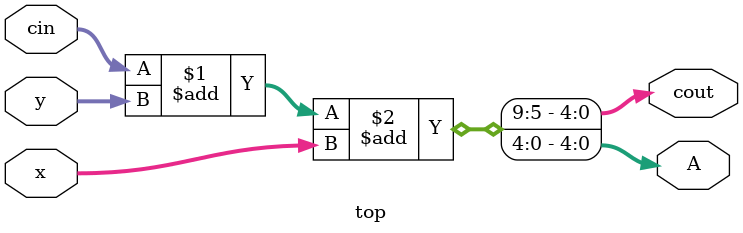
<source format=v>
module top
(
 input [3:0] x,
 input [3:0] y,
 input [3:0] cin,

 output [4:0] A,
 output [4:0] cout
 );

assign {cout,A} =  cin + y + x;

endmodule

</source>
